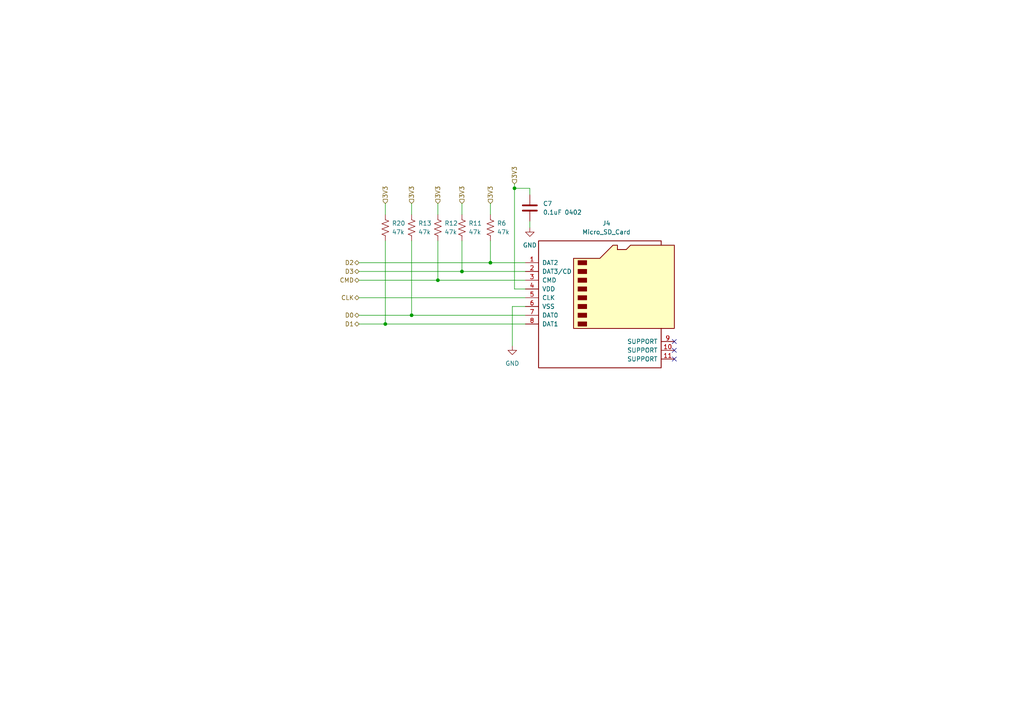
<source format=kicad_sch>
(kicad_sch (version 20230121) (generator eeschema)
  (paper "A4")
  (lib_symbols
    (symbol "Device:C" (pin_numbers hide) (pin_names (offset 0.254))
      (property "Reference" "C" (at 0.635 2.54 0))
      (property "Value" "C" (at 0.635 -2.54 0))
      (symbol "C_0_1"
        (polyline (pts (xy -2.032 -0.762) (xy 2.032 -0.762)) (stroke (width 0.508)))
        (polyline (pts (xy -2.032 0.762) (xy 2.032 0.762)) (stroke (width 0.508)))
      )
      (symbol "C_1_1"
        (pin passive line (at 0 3.81 270) (length 2.794) (name "~") (number "1"))
        (pin passive line (at 0 -3.81 90) (length 2.794) (name "~") (number "2"))
      )
    )
    (symbol "Device:R_US" (pin_numbers hide) (pin_names (offset 0))
      (property "Reference" "R" (at 2.54 0 90))
      (property "Value" "R_US" (at -2.54 0 90))
      (symbol "R_US_0_1"
        (polyline (pts (xy 0 -2.286) (xy 0 -2.54)))
        (polyline (pts (xy 0 2.286) (xy 0 2.54)))
        (polyline (pts (xy 0 -0.762) (xy 1.016 -1.143) (xy 0 -1.524) (xy -1.016 -1.905) (xy 0 -2.286)))
        (polyline (pts (xy 0 0.762) (xy 1.016 0.381) (xy 0 0) (xy -1.016 -0.381) (xy 0 -0.762)))
        (polyline (pts (xy 0 2.286) (xy 1.016 1.905) (xy 0 1.524) (xy -1.016 1.143) (xy 0 0.762)))
      )
      (symbol "R_US_1_1"
        (pin passive line (at 0 3.81 270) (length 1.27) (name "~") (number "1"))
        (pin passive line (at 0 -3.81 90) (length 1.27) (name "~") (number "2"))
      )
    )
    (symbol "microSdVertical:Micro_SD_Card_Vertical" (pin_names (offset 1.016))
      (property "Reference" "J" (at -16.51 15.24 0))
      (property "Value" "Micro_SD_Card" (at 16.51 15.24 0))
      (symbol "Micro_SD_Card_Vertical_0_1"
        (rectangle (start -7.62 -9.525) (end -5.08 -10.795) (fill (type outline)))
        (rectangle (start -7.62 -6.985) (end -5.08 -8.255) (fill (type outline)))
        (rectangle (start -7.62 -4.445) (end -5.08 -5.715) (fill (type outline)))
        (rectangle (start -7.62 -1.905) (end -5.08 -3.175) (fill (type outline)))
        (rectangle (start -7.62 0.635) (end -5.08 -0.635) (fill (type outline)))
        (rectangle (start -7.62 3.175) (end -5.08 1.905) (fill (type outline)))
        (rectangle (start -7.62 5.715) (end -5.08 4.445) (fill (type outline)))
        (rectangle (start -7.62 8.255) (end -5.08 6.985) (fill (type outline)))
        (polyline (pts (xy 16.51 12.7) (xy 16.51 13.97) (xy -19.05 13.97) (xy -19.05 -22.86) (xy 16.51 -22.86) (xy 16.51 -11.43)) (stroke (width 0.254)))
        (polyline (pts (xy -8.89 -11.43) (xy -8.89 8.89) (xy -1.27 8.89) (xy 2.54 12.7) (xy 3.81 12.7) (xy 3.81 11.43) (xy 6.35 11.43) (xy 7.62 12.7) (xy 20.32 12.7) (xy 20.32 -11.43) (xy -8.89 -11.43)) (stroke (width 0.254)) (fill (type background)))
      )
      (symbol "Micro_SD_Card_Vertical_1_1"
        (pin bidirectional line (at -22.86 7.62 0) (length 3.81) (name "DAT2") (number "1"))
        (pin passive line (at 20.32 -17.78 180) (length 3.81) (name "SUPPORT") (number "10"))
        (pin passive line (at 20.32 -20.32 180) (length 3.81) (name "SUPPORT") (number "11"))
        (pin bidirectional line (at -22.86 5.08 0) (length 3.81) (name "DAT3/CD") (number "2"))
        (pin input line (at -22.86 2.54 0) (length 3.81) (name "CMD") (number "3"))
        (pin power_in line (at -22.86 0 0) (length 3.81) (name "VDD") (number "4"))
        (pin input line (at -22.86 -2.54 0) (length 3.81) (name "CLK") (number "5"))
        (pin power_in line (at -22.86 -5.08 0) (length 3.81) (name "VSS") (number "6"))
        (pin bidirectional line (at -22.86 -7.62 0) (length 3.81) (name "DAT0") (number "7"))
        (pin bidirectional line (at -22.86 -10.16 0) (length 3.81) (name "DAT1") (number "8"))
        (pin passive line (at 20.32 -15.24 180) (length 3.81) (name "SUPPORT") (number "9"))
      )
    )
    (symbol "power:GND" (power) (pin_names (offset 0))
      (property "Value" "GND" (at 0 -3.81 0))
      (symbol "GND_0_1"
        (polyline (pts (xy 0 0) (xy 0 -1.27) (xy 1.27 -1.27) (xy 0 -2.54) (xy -1.27 -1.27) (xy 0 -1.27)))
      )
      (symbol "GND_1_1"
        (pin power_in line (at 0 0 270) (length 0) hide (name "GND") (number "1"))
      )
    )
  )
  (junction (at 142.24 76.2))
  (junction (at 119.38 91.44))
  (junction (at 127 81.28))
  (junction (at 133.985 78.74))
  (junction (at 149.225 54.61))
  (junction (at 111.76 93.98))
  (no_connect (at 195.58 104.14))
  (no_connect (at 195.58 101.6))
  (no_connect (at 195.58 99.06))
  (wire (pts (xy 153.67 64.135) (xy 153.67 66.04)))
  (wire (pts (xy 104.14 76.2) (xy 142.24 76.2)))
  (wire (pts (xy 119.38 69.85) (xy 119.38 91.44)))
  (wire (pts (xy 119.38 59.055) (xy 119.38 62.23)))
  (wire (pts (xy 133.985 69.85) (xy 133.985 78.74)))
  (wire (pts (xy 104.14 78.74) (xy 133.985 78.74)))
  (wire (pts (xy 142.24 76.2) (xy 152.4 76.2)))
  (wire (pts (xy 133.985 59.055) (xy 133.985 62.23)))
  (wire (pts (xy 127 69.85) (xy 127 81.28)))
  (wire (pts (xy 127 81.28) (xy 152.4 81.28)))
  (wire (pts (xy 153.67 54.61) (xy 153.67 56.515)))
  (wire (pts (xy 148.59 88.9) (xy 148.59 100.33)))
  (wire (pts (xy 149.225 54.61) (xy 149.225 83.82)))
  (wire (pts (xy 133.985 78.74) (xy 152.4 78.74)))
  (wire (pts (xy 142.24 59.055) (xy 142.24 62.23)))
  (wire (pts (xy 104.14 91.44) (xy 119.38 91.44)))
  (wire (pts (xy 111.76 69.85) (xy 111.76 93.98)))
  (wire (pts (xy 148.59 88.9) (xy 152.4 88.9)))
  (wire (pts (xy 104.14 93.98) (xy 111.76 93.98)))
  (wire (pts (xy 111.76 93.98) (xy 152.4 93.98)))
  (wire (pts (xy 149.225 83.82) (xy 152.4 83.82)))
  (wire (pts (xy 111.76 59.055) (xy 111.76 62.23)))
  (wire (pts (xy 149.225 53.34) (xy 149.225 54.61)))
  (wire (pts (xy 119.38 91.44) (xy 152.4 91.44)))
  (wire (pts (xy 104.14 81.28) (xy 127 81.28)))
  (wire (pts (xy 104.14 86.36) (xy 152.4 86.36)))
  (wire (pts (xy 127 59.055) (xy 127 62.23)))
  (wire (pts (xy 153.67 54.61) (xy 149.225 54.61)))
  (wire (pts (xy 142.24 69.85) (xy 142.24 76.2)))
  (hierarchical_label "D2" (shape bidirectional) (at 104.14 76.2 180))
  (hierarchical_label "CLK" (shape bidirectional) (at 104.14 86.36 180))
  (hierarchical_label "D0" (shape bidirectional) (at 104.14 91.44 180))
  (hierarchical_label "3V3" (shape input) (at 119.38 59.055 90))
  (hierarchical_label "CMD" (shape bidirectional) (at 104.14 81.28 180))
  (hierarchical_label "3V3" (shape input) (at 149.225 53.34 90))
  (hierarchical_label "D3" (shape bidirectional) (at 104.14 78.74 180))
  (hierarchical_label "3V3" (shape input) (at 127 59.055 90))
  (hierarchical_label "3V3" (shape input) (at 111.76 59.055 90))
  (hierarchical_label "3V3" (shape input) (at 142.24 59.055 90))
  (hierarchical_label "3V3" (shape input) (at 133.985 59.055 90))
  (hierarchical_label "D1" (shape bidirectional) (at 104.14 93.98 180))
  (symbol (lib_id "Device:C") (at 153.67 60.325 0) (unit 1)
    (property "Reference" "C7" (at 157.48 59.055 0) (effects (justify left)))
    (property "Value" "0.1uF 0402" (at 157.48 61.595 0) (effects (justify left)))
    (property "Footprint" "Capacitor_SMD:C_0603_1608Metric" (effects hide))
    (instances (project "DaisySeedBreakout" (path "" (reference "C7") (unit 1)) (path "" (reference "C1") (unit 1))))
  )
  (symbol (lib_id "Device:R_US") (at 111.76 66.04 0) (unit 1)
    (property "Reference" "R20" (at 113.665 64.77 0) (effects (justify left)))
    (property "Value" "47k" (at 113.665 67.31 0) (effects (justify left)))
    (property "Footprint" "Resistor_SMD:R_0603_1608Metric" (effects hide))
    (instances (project "DaisySeedBreakout" (path "" (reference "R20") (unit 1)) (path "" (reference "R1") (unit 1))))
  )
  (symbol (lib_id "Device:R_US") (at 142.24 66.04 0) (unit 1)
    (property "Reference" "R6" (at 144.145 64.77 0) (effects (justify left)))
    (property "Value" "47k" (at 144.145 67.31 0) (effects (justify left)))
    (property "Footprint" "Resistor_SMD:R_0603_1608Metric" (effects hide))
    (instances (project "DaisySeedBreakout" (path "" (reference "R6") (unit 1)) (path "" (reference "R14") (unit 1))))
  )
  (symbol (lib_id "microSdVertical:Micro_SD_Card_Vertical") (at 175.26 83.82 0) (unit 1)
    (property "Reference" "J4" (at 175.895 64.77 0))
    (property "Value" "Micro_SD_Card" (at 175.895 67.31 0))
    (property "Footprint" "microSDVertical:CONN_PJS008U-3000-0_YAM" (effects hide))
    (property "Datasheet" "http://katalog.we-online.de/em/datasheet/693072010801.pdf" (effects hide))
  )
  (symbol (lib_id "Device:R_US") (at 133.985 66.04 0) (unit 1)
    (property "Reference" "R11" (at 135.89 64.77 0) (effects (justify left)))
    (property "Value" "47k" (at 135.89 67.31 0) (effects (justify left)))
    (property "Footprint" "Resistor_SMD:R_0603_1608Metric" (effects hide))
    (instances (project "DaisySeedBreakout" (path "" (reference "R11") (unit 1)) (path "" (reference "R4") (unit 1))))
  )
  (symbol (lib_id "Device:R_US") (at 127 66.04 0) (unit 1)
    (property "Reference" "R12" (at 128.905 64.77 0) (effects (justify left)))
    (property "Value" "47k" (at 128.905 67.31 0) (effects (justify left)))
    (property "Footprint" "Resistor_SMD:R_0603_1608Metric" (effects hide))
    (instances (project "DaisySeedBreakout" (path "" (reference "R12") (unit 1)) (path "" (reference "R3") (unit 1))))
  )
  (symbol (lib_id "Device:R_US") (at 119.38 66.04 0) (unit 1)
    (property "Reference" "R13" (at 121.285 64.77 0) (effects (justify left)))
    (property "Value" "47k" (at 121.285 67.31 0) (effects (justify left)))
    (property "Footprint" "Resistor_SMD:R_0603_1608Metric" (effects hide))
    (instances (project "DaisySeedBreakout" (path "" (reference "R13") (unit 1)) (path "" (reference "R2") (unit 1))))
  )
  (symbol (lib_id "power:GND") (at 148.59 100.33 0) (unit 1)
    (property "Reference" "#PWR017" (effects hide))
    (property "Value" "GND" (at 148.59 105.41 0))
    (instances (project "DaisySeedBreakout" (path "" (reference "#PWR017") (unit 1)) (path "" (reference "#PWR039") (unit 1))))
  )
  (symbol (lib_id "power:GND") (at 153.67 66.04 0) (unit 1)
    (property "Reference" "#PWR019" (effects hide))
    (property "Value" "GND" (at 153.67 71.12 0))
    (instances (project "DaisySeedBreakout" (path "" (reference "#PWR019") (unit 1)) (path "" (reference "#PWR041") (unit 1))))
  )
)
</source>
